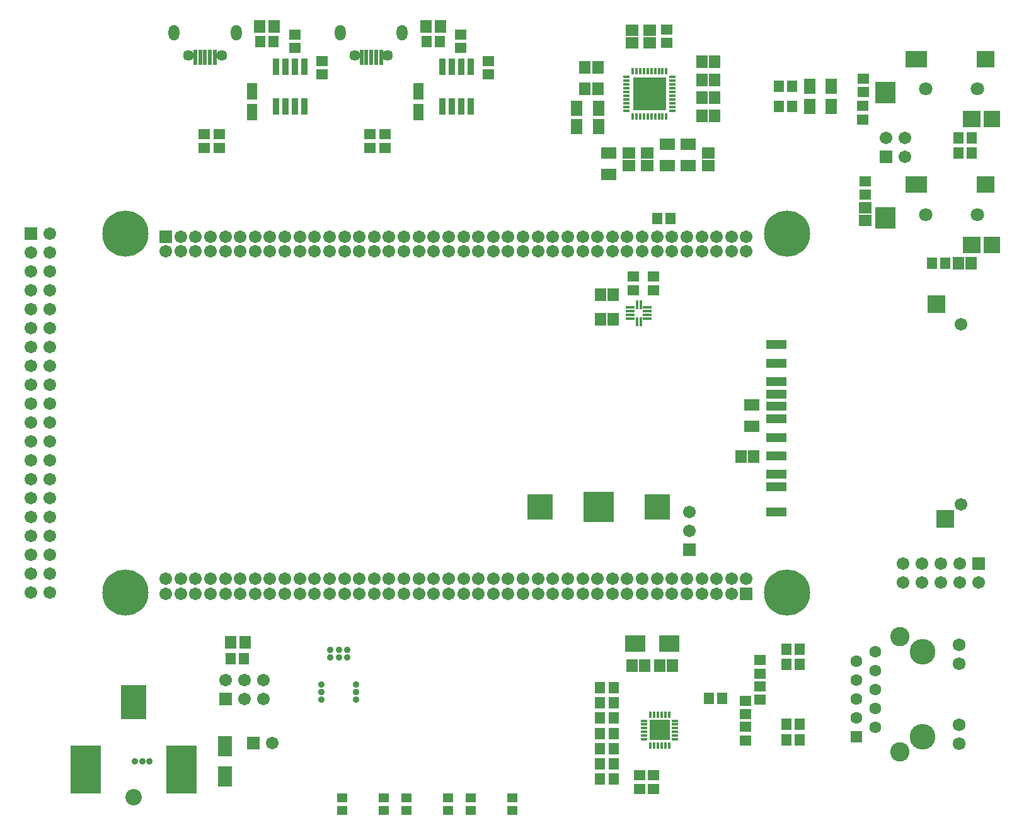
<source format=gts>
G04 Layer_Color=8388736*
%FSLAX25Y25*%
%MOIN*%
G70*
G01*
G75*
%ADD90R,0.05918X0.06706*%
%ADD91R,0.06706X0.05918*%
%ADD92R,0.05918X0.07887*%
%ADD93R,0.07887X0.05918*%
%ADD94R,0.05524X0.08674*%
%ADD95R,0.11036X0.11430*%
%ADD96R,0.11430X0.09068*%
%ADD97R,0.09461X0.09068*%
%ADD98R,0.08674X0.09068*%
%ADD99R,0.10642X0.04737*%
%ADD100R,0.09461X0.09461*%
%ADD101R,0.02375X0.08083*%
%ADD102R,0.07493X0.10642*%
%ADD103R,0.16154X0.25210*%
%ADD104R,0.13792X0.18123*%
%ADD105R,0.05524X0.06312*%
%ADD106R,0.06312X0.05524*%
%ADD107R,0.03753X0.01784*%
%ADD108R,0.01784X0.03753*%
%ADD109R,0.17335X0.17335*%
%ADD110R,0.11036X0.11036*%
%ADD111R,0.04737X0.01784*%
%ADD112R,0.01784X0.04737*%
%ADD113R,0.03556X0.09068*%
%ADD114R,0.10642X0.08674*%
%ADD115R,0.05524X0.04737*%
%ADD116R,0.16391X0.16391*%
%ADD117R,0.13320X0.13320*%
%ADD118C,0.06706*%
%ADD119R,0.06706X0.06706*%
%ADD120C,0.24422*%
%ADD121C,0.07099*%
%ADD122C,0.05721*%
%ADD123O,0.05721X0.08280*%
%ADD124C,0.08674*%
%ADD125R,0.06706X0.06706*%
%ADD126C,0.13595*%
%ADD127C,0.06784*%
%ADD128C,0.10249*%
%ADD129R,0.06312X0.06312*%
%ADD130C,0.06312*%
%ADD131C,0.03600*%
D90*
X502638Y293094D02*
D03*
X495945D02*
D03*
X305039Y396740D02*
D03*
X298346D02*
D03*
X305039Y385612D02*
D03*
X298346D02*
D03*
X360157Y380874D02*
D03*
X366850D02*
D03*
X360157Y371299D02*
D03*
X366850D02*
D03*
Y390307D02*
D03*
X360157D02*
D03*
X366850Y399882D02*
D03*
X360157D02*
D03*
X344543Y80303D02*
D03*
X337850D02*
D03*
X323284D02*
D03*
X329976D02*
D03*
X313347Y276646D02*
D03*
X306653D02*
D03*
X313347Y263528D02*
D03*
X306653D02*
D03*
X387598Y190945D02*
D03*
X380906D02*
D03*
X110925Y92551D02*
D03*
X118405D02*
D03*
X221762Y418652D02*
D03*
X214282D02*
D03*
X133809D02*
D03*
X126329D02*
D03*
D91*
X446472Y315748D02*
D03*
Y322441D02*
D03*
X321382Y344756D02*
D03*
Y351449D02*
D03*
X331350Y344756D02*
D03*
Y351449D02*
D03*
X323209Y416638D02*
D03*
Y409945D02*
D03*
X332433Y416638D02*
D03*
Y409945D02*
D03*
X363535Y351449D02*
D03*
Y344756D02*
D03*
D92*
X293984Y375075D02*
D03*
X305402D02*
D03*
X293984Y365354D02*
D03*
X305402D02*
D03*
X428599Y376150D02*
D03*
X417181D02*
D03*
X428599Y386977D02*
D03*
X417181D02*
D03*
D93*
X310717Y340024D02*
D03*
Y351441D02*
D03*
X341961Y344724D02*
D03*
Y356142D02*
D03*
X352748Y344724D02*
D03*
Y356142D02*
D03*
X386614Y218307D02*
D03*
Y206890D02*
D03*
D94*
X210289Y373061D02*
D03*
Y384085D02*
D03*
X122336Y373061D02*
D03*
Y384085D02*
D03*
D95*
X457327Y317150D02*
D03*
Y383614D02*
D03*
D96*
X473665Y334866D02*
D03*
Y401331D02*
D03*
D97*
X510280Y334866D02*
D03*
X502799Y302976D02*
D03*
X510280Y401331D02*
D03*
X502799Y369441D02*
D03*
D98*
X513429Y302976D02*
D03*
Y369441D02*
D03*
D99*
X399411Y161621D02*
D03*
Y174810D02*
D03*
Y181503D02*
D03*
Y191050D02*
D03*
Y200892D02*
D03*
Y210735D02*
D03*
Y250105D02*
D03*
Y240263D02*
D03*
Y217428D02*
D03*
Y223924D02*
D03*
Y230420D02*
D03*
D100*
X484057Y271463D02*
D03*
X488781Y157684D02*
D03*
D101*
X185250Y402310D02*
D03*
X187809D02*
D03*
X182691D02*
D03*
X180132D02*
D03*
X190368D02*
D03*
X97298D02*
D03*
X99857D02*
D03*
X94739D02*
D03*
X92180D02*
D03*
X102416D02*
D03*
D102*
X107874Y37402D02*
D03*
Y21654D02*
D03*
D103*
X34071Y25307D02*
D03*
X84858D02*
D03*
D104*
X59465Y60740D02*
D03*
D105*
X488835Y293094D02*
D03*
X481748D02*
D03*
X502921Y351386D02*
D03*
X495835D02*
D03*
X407961Y376150D02*
D03*
X400874D02*
D03*
X407906Y386701D02*
D03*
X400819D02*
D03*
X495835Y359386D02*
D03*
X502921D02*
D03*
X343543Y316740D02*
D03*
X336457D02*
D03*
X313386Y20079D02*
D03*
X306299D02*
D03*
X313386Y68504D02*
D03*
X306299D02*
D03*
X313386Y52362D02*
D03*
X306299D02*
D03*
X370866Y62992D02*
D03*
X363779D02*
D03*
X404724Y80709D02*
D03*
X411811D02*
D03*
X404724Y40945D02*
D03*
X411811D02*
D03*
X404724Y49213D02*
D03*
X411811D02*
D03*
X404724Y88976D02*
D03*
X411811D02*
D03*
X110922Y83859D02*
D03*
X118008D02*
D03*
X221565Y410652D02*
D03*
X214479D02*
D03*
X133613D02*
D03*
X126526D02*
D03*
X306323Y44173D02*
D03*
X313409D02*
D03*
X306323Y60421D02*
D03*
X313409D02*
D03*
X306323Y36173D02*
D03*
X313409D02*
D03*
X306323Y28173D02*
D03*
X313409D02*
D03*
D106*
X446472Y329551D02*
D03*
Y336638D02*
D03*
X341461Y416835D02*
D03*
Y409748D02*
D03*
X445276Y376378D02*
D03*
Y369291D02*
D03*
X445378Y390929D02*
D03*
Y383842D02*
D03*
X323819Y278937D02*
D03*
Y286024D02*
D03*
X327165Y22047D02*
D03*
Y14961D02*
D03*
X390945Y69291D02*
D03*
Y62205D02*
D03*
X390945Y75984D02*
D03*
Y83071D02*
D03*
X383268Y47736D02*
D03*
Y40650D02*
D03*
X383268Y54429D02*
D03*
Y61516D02*
D03*
X334646Y22047D02*
D03*
Y14961D02*
D03*
Y286024D02*
D03*
Y278937D02*
D03*
X232682Y414116D02*
D03*
Y407030D02*
D03*
X144729Y414116D02*
D03*
Y407030D02*
D03*
X104983Y361416D02*
D03*
Y354330D02*
D03*
X96983Y361416D02*
D03*
Y354330D02*
D03*
X192530Y361416D02*
D03*
Y354330D02*
D03*
X184530Y361416D02*
D03*
Y354330D02*
D03*
X247254Y400197D02*
D03*
Y393110D02*
D03*
X159301Y400197D02*
D03*
Y393110D02*
D03*
D107*
X320358Y391701D02*
D03*
Y389732D02*
D03*
Y387764D02*
D03*
Y385795D02*
D03*
Y383827D02*
D03*
Y381858D02*
D03*
Y379890D02*
D03*
Y377921D02*
D03*
Y375953D02*
D03*
Y373984D02*
D03*
X344571D02*
D03*
Y375953D02*
D03*
Y377921D02*
D03*
Y379890D02*
D03*
Y381858D02*
D03*
Y383827D02*
D03*
Y385795D02*
D03*
Y387764D02*
D03*
Y389732D02*
D03*
Y391701D02*
D03*
X329626Y50984D02*
D03*
Y49016D02*
D03*
Y47047D02*
D03*
Y45079D02*
D03*
Y43110D02*
D03*
Y41142D02*
D03*
X345965D02*
D03*
Y43110D02*
D03*
Y45079D02*
D03*
Y47047D02*
D03*
Y49016D02*
D03*
Y50984D02*
D03*
D108*
X323606Y370736D02*
D03*
X325575D02*
D03*
X327543D02*
D03*
X329512D02*
D03*
X331480D02*
D03*
X333449D02*
D03*
X335417D02*
D03*
X337386D02*
D03*
X339354D02*
D03*
X341323D02*
D03*
Y394949D02*
D03*
X339354D02*
D03*
X337386D02*
D03*
X335417D02*
D03*
X333449D02*
D03*
X331480D02*
D03*
X329512D02*
D03*
X327543D02*
D03*
X325575D02*
D03*
X323606D02*
D03*
X342717Y54232D02*
D03*
X340748D02*
D03*
X338779D02*
D03*
X336811D02*
D03*
X334842D02*
D03*
X332874D02*
D03*
Y37894D02*
D03*
X334842D02*
D03*
X336811D02*
D03*
X338779D02*
D03*
X340748D02*
D03*
X342717D02*
D03*
D109*
X332465Y382842D02*
D03*
D110*
X337795Y46063D02*
D03*
D111*
X331201Y269685D02*
D03*
Y267717D02*
D03*
Y265748D02*
D03*
Y263779D02*
D03*
X322342Y269685D02*
D03*
Y267717D02*
D03*
Y265748D02*
D03*
Y263779D02*
D03*
D112*
X327756Y271161D02*
D03*
Y262303D02*
D03*
X325787Y271161D02*
D03*
Y262303D02*
D03*
D113*
X237789Y397006D02*
D03*
X232788D02*
D03*
X227788D02*
D03*
X222789D02*
D03*
X237789Y376140D02*
D03*
X232788D02*
D03*
X227788D02*
D03*
X222789D02*
D03*
X149836Y397006D02*
D03*
X144836D02*
D03*
X139836D02*
D03*
X134836D02*
D03*
X149836Y376140D02*
D03*
X144836D02*
D03*
X139836D02*
D03*
X134836D02*
D03*
D114*
X342925Y91807D02*
D03*
X324815D02*
D03*
D115*
X259914Y10087D02*
D03*
Y3394D02*
D03*
X237866Y10087D02*
D03*
Y3394D02*
D03*
X225914Y10087D02*
D03*
Y3394D02*
D03*
X203867Y10087D02*
D03*
Y3394D02*
D03*
X191914Y10087D02*
D03*
Y3394D02*
D03*
X169867Y10087D02*
D03*
Y3394D02*
D03*
D116*
X305394Y164173D02*
D03*
D117*
X336378D02*
D03*
X274410D02*
D03*
D118*
X273425Y299449D02*
D03*
X265551D02*
D03*
X257677D02*
D03*
X249803D02*
D03*
X241929D02*
D03*
X234055D02*
D03*
X281299D02*
D03*
X289173D02*
D03*
X297047D02*
D03*
X304921D02*
D03*
Y307323D02*
D03*
X297047D02*
D03*
X289173D02*
D03*
X281299D02*
D03*
X234055D02*
D03*
X241929D02*
D03*
X249803D02*
D03*
X257677D02*
D03*
X265551D02*
D03*
X273425D02*
D03*
X352165D02*
D03*
X344291D02*
D03*
X336417D02*
D03*
X328543D02*
D03*
X320669D02*
D03*
X312795D02*
D03*
X360039D02*
D03*
X367913D02*
D03*
X375787D02*
D03*
X383661D02*
D03*
Y299449D02*
D03*
X375787D02*
D03*
X367913D02*
D03*
X360039D02*
D03*
X312795D02*
D03*
X320669D02*
D03*
X328543D02*
D03*
X336417D02*
D03*
X344291D02*
D03*
X352165D02*
D03*
X194685D02*
D03*
X186811D02*
D03*
X178937D02*
D03*
X171063D02*
D03*
X163189D02*
D03*
X155315D02*
D03*
X202559D02*
D03*
X210433D02*
D03*
X218307D02*
D03*
X226181D02*
D03*
Y307323D02*
D03*
X218307D02*
D03*
X210433D02*
D03*
X202559D02*
D03*
X155315D02*
D03*
X163189D02*
D03*
X171063D02*
D03*
X178937D02*
D03*
X186811D02*
D03*
X194685D02*
D03*
X115945D02*
D03*
X108071D02*
D03*
X100197D02*
D03*
X92323D02*
D03*
X84449D02*
D03*
X123819D02*
D03*
X131693D02*
D03*
X139567D02*
D03*
X147441D02*
D03*
Y299449D02*
D03*
X139567D02*
D03*
X131693D02*
D03*
X123819D02*
D03*
X76575D02*
D03*
X84449D02*
D03*
X92323D02*
D03*
X100197D02*
D03*
X108071D02*
D03*
X115945D02*
D03*
X186811Y126142D02*
D03*
X194685D02*
D03*
X202559D02*
D03*
X210433D02*
D03*
X218307D02*
D03*
X226181D02*
D03*
X178937D02*
D03*
X171063D02*
D03*
X163189D02*
D03*
X155315D02*
D03*
Y118268D02*
D03*
X163189D02*
D03*
X171063D02*
D03*
X178937D02*
D03*
X226181D02*
D03*
X218307D02*
D03*
X210433D02*
D03*
X202559D02*
D03*
X194685D02*
D03*
X186811D02*
D03*
X108071D02*
D03*
X115945D02*
D03*
X123819D02*
D03*
X131693D02*
D03*
X139567D02*
D03*
X147441D02*
D03*
X100197D02*
D03*
X92323D02*
D03*
X84449D02*
D03*
X76575D02*
D03*
Y126142D02*
D03*
X84449D02*
D03*
X92323D02*
D03*
X100197D02*
D03*
X147441D02*
D03*
X139567D02*
D03*
X131693D02*
D03*
X123819D02*
D03*
X115945D02*
D03*
X108071D02*
D03*
X265551D02*
D03*
X273425D02*
D03*
X281299D02*
D03*
X289173D02*
D03*
X297047D02*
D03*
X304921D02*
D03*
X257677D02*
D03*
X249803D02*
D03*
X241929D02*
D03*
X234055D02*
D03*
Y118268D02*
D03*
X241929D02*
D03*
X249803D02*
D03*
X257677D02*
D03*
X304921D02*
D03*
X297047D02*
D03*
X289173D02*
D03*
X281299D02*
D03*
X273425D02*
D03*
X265551D02*
D03*
X344291D02*
D03*
X352165D02*
D03*
X360039D02*
D03*
X367913D02*
D03*
X375787D02*
D03*
X336417D02*
D03*
X328543D02*
D03*
X320669D02*
D03*
X312795D02*
D03*
Y126142D02*
D03*
X320669D02*
D03*
X328543D02*
D03*
X336417D02*
D03*
X383661D02*
D03*
X375787D02*
D03*
X367913D02*
D03*
X360039D02*
D03*
X352165D02*
D03*
X344291D02*
D03*
X497049Y260833D02*
D03*
Y165558D02*
D03*
X128030Y72615D02*
D03*
Y62615D02*
D03*
X118030Y72615D02*
D03*
Y62615D02*
D03*
X108030Y72615D02*
D03*
X15118Y118937D02*
D03*
X5118D02*
D03*
X15118Y128937D02*
D03*
X5118D02*
D03*
X15118Y138937D02*
D03*
X5118D02*
D03*
X15118Y148937D02*
D03*
X5118D02*
D03*
X15118Y158937D02*
D03*
X5118D02*
D03*
X15118Y168937D02*
D03*
X5118D02*
D03*
X15118Y178937D02*
D03*
X5118D02*
D03*
X15118Y188937D02*
D03*
X5118D02*
D03*
X15118Y198937D02*
D03*
X5118D02*
D03*
X15118Y208937D02*
D03*
X5118D02*
D03*
X15118Y218937D02*
D03*
X5118D02*
D03*
X15118Y228937D02*
D03*
X5118D02*
D03*
X15118Y238937D02*
D03*
X5118D02*
D03*
X15118Y248937D02*
D03*
X5118D02*
D03*
X15118Y258937D02*
D03*
X5118D02*
D03*
X15118Y268937D02*
D03*
X5118D02*
D03*
X15118Y278937D02*
D03*
X5118D02*
D03*
X15118Y288937D02*
D03*
X5118D02*
D03*
X15118Y298937D02*
D03*
X5118D02*
D03*
X15118Y308937D02*
D03*
X132818Y39117D02*
D03*
X467378Y359386D02*
D03*
Y349386D02*
D03*
X457378Y359386D02*
D03*
X353543Y161339D02*
D03*
Y151339D02*
D03*
X506693Y124252D02*
D03*
X496693Y134252D02*
D03*
Y124252D02*
D03*
X486693Y134252D02*
D03*
Y124252D02*
D03*
X476693Y134252D02*
D03*
Y124252D02*
D03*
X466693Y134252D02*
D03*
Y124252D02*
D03*
D119*
X76575Y307323D02*
D03*
X383661Y118268D02*
D03*
X108030Y62615D02*
D03*
X122818Y39117D02*
D03*
X457378Y349386D02*
D03*
X506693Y134252D02*
D03*
D120*
X55118Y118937D02*
D03*
X405118D02*
D03*
Y308937D02*
D03*
X55118D02*
D03*
D121*
X478390Y318921D02*
D03*
X505949D02*
D03*
X478390Y385386D02*
D03*
X505949D02*
D03*
D122*
X194010Y403294D02*
D03*
X176490D02*
D03*
X106057D02*
D03*
X88538D02*
D03*
D123*
X201687Y415302D02*
D03*
X168813D02*
D03*
X113735D02*
D03*
X80861D02*
D03*
D124*
X59465Y10346D02*
D03*
D125*
X5118Y308937D02*
D03*
X353543Y141339D02*
D03*
D126*
X476894Y87512D02*
D03*
Y42512D02*
D03*
D127*
X496185Y48909D02*
D03*
Y81114D02*
D03*
Y38909D02*
D03*
Y91114D02*
D03*
D128*
X464886Y95504D02*
D03*
Y34520D02*
D03*
D129*
X441894Y42512D02*
D03*
D130*
Y52512D02*
D03*
Y62512D02*
D03*
Y72512D02*
D03*
Y82512D02*
D03*
X451894Y47512D02*
D03*
Y57512D02*
D03*
Y67512D02*
D03*
Y77512D02*
D03*
Y87512D02*
D03*
D131*
X158945Y70303D02*
D03*
Y66268D02*
D03*
Y62232D02*
D03*
X163567Y84579D02*
D03*
Y88614D02*
D03*
X172622Y84579D02*
D03*
Y88614D02*
D03*
X168095D02*
D03*
Y84579D02*
D03*
X177055Y70303D02*
D03*
Y66268D02*
D03*
Y62232D02*
D03*
X89189Y17236D02*
D03*
Y25307D02*
D03*
Y33378D02*
D03*
X29740D02*
D03*
Y25307D02*
D03*
Y17236D02*
D03*
X60039Y29528D02*
D03*
X67913D02*
D03*
X64173D02*
D03*
M02*

</source>
